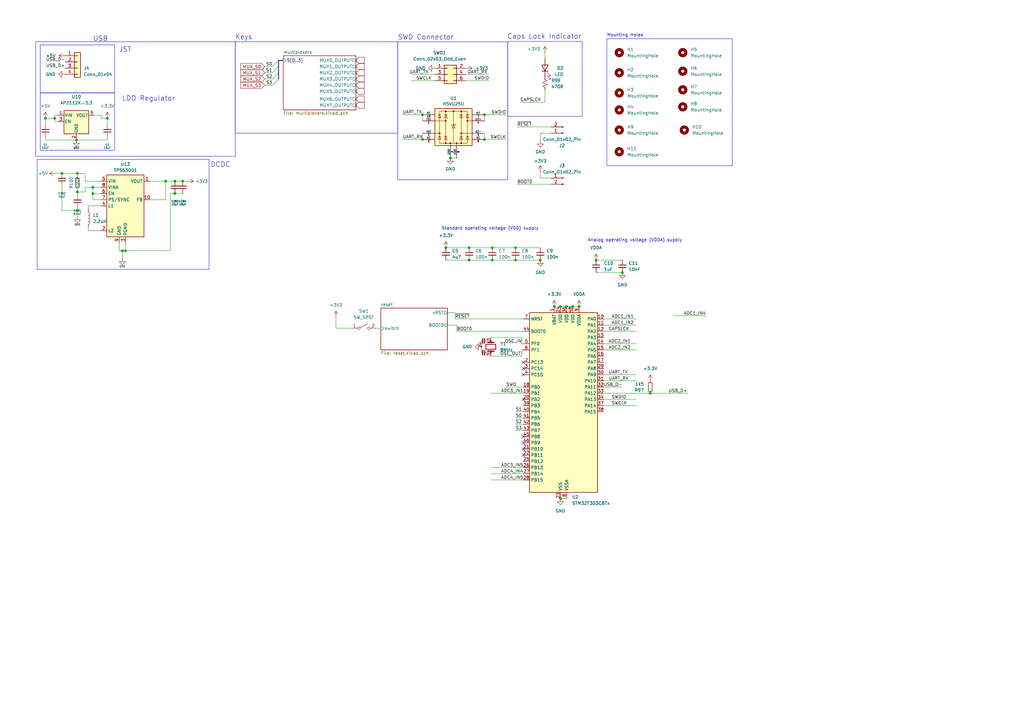
<source format=kicad_sch>
(kicad_sch (version 20231120) (generator "eeschema") (generator_version "8.0")
  (paper "A3")
  (lib_symbols
    (symbol "+3.3V_1" (power) (pin_numbers hide) (pin_names (offset 0) hide)
      (property "Value" "+3.3V" (at 0 3.556 0))
      (symbol "+3.3V_1_0_1"
        (polyline (pts (xy -0.762 1.27) (xy 0 2.54)))
        (polyline (pts (xy 0 0) (xy 0 2.54)))
        (polyline (pts (xy 0 2.54) (xy 0.762 1.27)))
      )
      (symbol "+3.3V_1_1_1"
        (pin power_in line (at 0 0 90) (length 0) (name "~") (number "1"))
      )
    )
    (symbol "+3V3_1" (power) (pin_numbers hide) (pin_names (offset 0) hide)
      (property "Value" "+3V3" (at 0 3.556 0))
      (symbol "+3V3_1_0_1"
        (polyline (pts (xy -0.762 1.27) (xy 0 2.54)))
        (polyline (pts (xy 0 0) (xy 0 2.54)))
        (polyline (pts (xy 0 2.54) (xy 0.762 1.27)))
      )
      (symbol "+3V3_1_1_1"
        (pin power_in line (at 0 0 90) (length 0) (name "~") (number "1"))
      )
    )
    (symbol "Connector:Conn_01x02_Pin" (pin_names (offset 1.016) hide)
      (property "Reference" "J" (at 0 2.54 0))
      (property "Value" "Conn_01x02_Pin" (at 0 -5.08 0))
      (symbol "Conn_01x02_Pin_1_1"
        (polyline (pts (xy 1.27 -2.54) (xy 0.8636 -2.54)) (stroke (width 0.1524)))
        (polyline (pts (xy 1.27 0) (xy 0.8636 0)) (stroke (width 0.1524)))
        (rectangle (start 0.8636 -2.413) (end 0 -2.667) (stroke (width 0.1524)) (fill (type outline)))
        (rectangle (start 0.8636 0.127) (end 0 -0.127) (stroke (width 0.1524)) (fill (type outline)))
        (pin passive line (at 5.08 0 180) (length 3.81) (name "Pin_1") (number "1"))
        (pin passive line (at 5.08 -2.54 180) (length 3.81) (name "Pin_2") (number "2"))
      )
    )
    (symbol "Connector_Generic:Conn_01x04" (pin_names (offset 1.016) hide)
      (property "Reference" "J" (at 0 5.08 0))
      (property "Value" "Conn_01x04" (at 0 -7.62 0))
      (symbol "Conn_01x04_1_1"
        (rectangle (start -1.27 -4.953) (end 0 -5.207) (stroke (width 0.1524)))
        (rectangle (start -1.27 -2.413) (end 0 -2.667) (stroke (width 0.1524)))
        (rectangle (start -1.27 0.127) (end 0 -0.127) (stroke (width 0.1524)))
        (rectangle (start -1.27 2.667) (end 0 2.413) (stroke (width 0.1524)))
        (rectangle (start -1.27 3.81) (end 1.27 -6.35) (stroke (width 0.254)) (fill (type background)))
        (pin passive line (at -5.08 2.54 0) (length 3.81) (name "Pin_1") (number "1"))
        (pin passive line (at -5.08 0 0) (length 3.81) (name "Pin_2") (number "2"))
        (pin passive line (at -5.08 -2.54 0) (length 3.81) (name "Pin_3") (number "3"))
        (pin passive line (at -5.08 -5.08 0) (length 3.81) (name "Pin_4") (number "4"))
      )
    )
    (symbol "Connector_Generic:Conn_02x03_Odd_Even" (pin_names (offset 1.016) hide)
      (property "Reference" "J" (at 1.27 5.08 0))
      (property "Value" "Conn_02x03_Odd_Even" (at 1.27 -5.08 0))
      (symbol "Conn_02x03_Odd_Even_1_1"
        (rectangle (start -1.27 -2.413) (end 0 -2.667) (stroke (width 0.1524)))
        (rectangle (start -1.27 0.127) (end 0 -0.127) (stroke (width 0.1524)))
        (rectangle (start -1.27 2.667) (end 0 2.413) (stroke (width 0.1524)))
        (rectangle (start -1.27 3.81) (end 3.81 -3.81) (stroke (width 0.254)) (fill (type background)))
        (rectangle (start 3.81 -2.413) (end 2.54 -2.667) (stroke (width 0.1524)))
        (rectangle (start 3.81 0.127) (end 2.54 -0.127) (stroke (width 0.1524)))
        (rectangle (start 3.81 2.667) (end 2.54 2.413) (stroke (width 0.1524)))
        (pin passive line (at -5.08 2.54 0) (length 3.81) (name "Pin_1") (number "1"))
        (pin passive line (at 7.62 2.54 180) (length 3.81) (name "Pin_2") (number "2"))
        (pin passive line (at -5.08 0 0) (length 3.81) (name "Pin_3") (number "3"))
        (pin passive line (at 7.62 0 180) (length 3.81) (name "Pin_4") (number "4"))
        (pin passive line (at -5.08 -2.54 0) (length 3.81) (name "Pin_5") (number "5"))
        (pin passive line (at 7.62 -2.54 180) (length 3.81) (name "Pin_6") (number "6"))
      )
    )
    (symbol "Device:C_Small" (pin_numbers hide) (pin_names (offset 0.254) hide)
      (property "Reference" "C" (at 0.254 1.778 0))
      (property "Value" "C_Small" (at 0.254 -2.032 0))
      (symbol "C_Small_0_1"
        (polyline (pts (xy -1.524 -0.508) (xy 1.524 -0.508)) (stroke (width 0.3302)))
        (polyline (pts (xy -1.524 0.508) (xy 1.524 0.508)) (stroke (width 0.3048)))
      )
      (symbol "C_Small_1_1"
        (pin passive line (at 0 2.54 270) (length 2.032) (name "~") (number "1"))
        (pin passive line (at 0 -2.54 90) (length 2.032) (name "~") (number "2"))
      )
    )
    (symbol "Device:L" (pin_numbers hide) (pin_names (offset 1.016) hide)
      (property "Reference" "L" (at -1.27 0 90))
      (property "Value" "L" (at 1.905 0 90))
      (symbol "L_0_1"
        (arc (start 0 -2.54) (mid 0.6323 -1.905) (end 0 -1.27))
        (arc (start 0 -1.27) (mid 0.6323 -0.635) (end 0 0))
        (arc (start 0 0) (mid 0.6323 0.635) (end 0 1.27))
        (arc (start 0 1.27) (mid 0.6323 1.905) (end 0 2.54))
      )
      (symbol "L_1_1"
        (pin passive line (at 0 3.81 270) (length 1.27) (name "1") (number "1"))
        (pin passive line (at 0 -3.81 90) (length 1.27) (name "2") (number "2"))
      )
    )
    (symbol "Device:LED" (pin_numbers hide) (pin_names (offset 1.016) hide)
      (property "Reference" "D" (at 0 2.54 0))
      (property "Value" "LED" (at 0 -2.54 0))
      (symbol "LED_0_1"
        (polyline (pts (xy -1.27 -1.27) (xy -1.27 1.27)) (stroke (width 0.254)))
        (polyline (pts (xy -1.27 0) (xy 1.27 0)))
        (polyline (pts (xy 1.27 -1.27) (xy 1.27 1.27) (xy -1.27 0) (xy 1.27 -1.27)) (stroke (width 0.254)))
        (polyline (pts (xy -3.048 -0.762) (xy -4.572 -2.286) (xy -3.81 -2.286) (xy -4.572 -2.286) (xy -4.572 -1.524)))
        (polyline (pts (xy -1.778 -0.762) (xy -3.302 -2.286) (xy -2.54 -2.286) (xy -3.302 -2.286) (xy -3.302 -1.524)))
      )
      (symbol "LED_1_1"
        (pin passive line (at -3.81 0 0) (length 2.54) (name "K") (number "1"))
        (pin passive line (at 3.81 0 180) (length 2.54) (name "A") (number "2"))
      )
    )
    (symbol "Device:R_Small" (pin_numbers hide) (pin_names (offset 0.254) hide)
      (property "Reference" "R" (at 0.762 0.508 0))
      (property "Value" "R_Small" (at 0.762 -1.016 0))
      (symbol "R_Small_0_1"
        (rectangle (start -0.762 1.778) (end 0.762 -1.778) (stroke (width 0.2032)))
      )
      (symbol "R_Small_1_1"
        (pin passive line (at 0 2.54 270) (length 0.762) (name "~") (number "1"))
        (pin passive line (at 0 -2.54 90) (length 0.762) (name "~") (number "2"))
      )
    )
    (symbol "Device:R_Small_US" (pin_numbers hide) (pin_names (offset 0.254) hide)
      (property "Reference" "R" (at 0.762 0.508 0))
      (property "Value" "R_Small_US" (at 0.762 -1.016 0))
      (symbol "R_Small_US_1_1"
        (polyline (pts (xy 0 0) (xy 1.016 -0.381) (xy 0 -0.762) (xy -1.016 -1.143) (xy 0 -1.524)))
        (polyline (pts (xy 0 1.524) (xy 1.016 1.143) (xy 0 0.762) (xy -1.016 0.381) (xy 0 0)))
        (pin passive line (at 0 2.54 270) (length 1.016) (name "~") (number "1"))
        (pin passive line (at 0 -2.54 90) (length 1.016) (name "~") (number "2"))
      )
    )
    (symbol "Device:Resonator" (pin_names (offset 1.016) hide)
      (property "Reference" "Y" (at 0 5.715 0))
      (property "Value" "Resonator" (at 0 3.81 0))
      (symbol "Resonator_0_1"
        (rectangle (start -3.429 -3.175) (end -1.397 -3.429) (fill (type outline)))
        (rectangle (start -3.429 -2.413) (end -1.397 -2.667) (fill (type outline)))
        (circle (center -2.413 0) (radius 0.254) (fill (type outline)))
        (rectangle (start -1.016 2.032) (end 1.016 -2.032) (stroke (width 0.3048)))
        (circle (center 0 -3.81) (radius 0.254) (fill (type outline)))
        (polyline (pts (xy -2.413 -2.413) (xy -2.413 0)))
        (polyline (pts (xy -1.905 0) (xy -3.175 0)))
        (polyline (pts (xy -1.778 -1.27) (xy -1.778 1.27)) (stroke (width 0.508)))
        (polyline (pts (xy 1.778 -1.27) (xy 1.778 1.27)) (stroke (width 0.508)))
        (polyline (pts (xy 1.905 0) (xy 2.54 0)))
        (polyline (pts (xy 2.413 0) (xy 2.413 -2.54)))
        (polyline (pts (xy 2.413 -3.302) (xy 2.413 -3.81) (xy -2.413 -3.81) (xy -2.413 -3.302)))
        (rectangle (start 1.397 -3.175) (end 3.429 -3.429) (fill (type outline)))
        (rectangle (start 1.397 -2.413) (end 3.429 -2.667) (fill (type outline)))
        (circle (center 2.413 0) (radius 0.254) (fill (type outline)))
      )
      (symbol "Resonator_1_1"
        (pin passive line (at -3.81 0 0) (length 1.27) (name "1") (number "1"))
        (pin passive line (at 0 -5.08 90) (length 1.27) (name "2") (number "2"))
        (pin passive line (at 3.81 0 180) (length 1.27) (name "3") (number "3"))
      )
    )
    (symbol "MCU_ST_STM32F3:STM32F303CBTx"
      (property "Reference" "U" (at -12.7 39.37 0))
      (property "Value" "STM32F303CBTx" (at 10.16 39.37 0))
      (symbol "STM32F303CBTx_0_1"
        (rectangle (start -12.7 -35.56) (end 15.24 38.1) (stroke (width 0.254)) (fill (type background)))
      )
      (symbol "STM32F303CBTx_1_1"
        (pin power_in line (at -2.54 40.64 270) (length 2.54) (name "VBAT") (number "1"))
        (pin bidirectional line (at 17.78 35.56 180) (length 2.54) (name "PA0") (number "10"))
        (pin bidirectional line (at 17.78 33.02 180) (length 2.54) (name "PA1") (number "11"))
        (pin bidirectional line (at 17.78 30.48 180) (length 2.54) (name "PA2") (number "12"))
        (pin bidirectional line (at 17.78 27.94 180) (length 2.54) (name "PA3") (number "13"))
        (pin bidirectional line (at 17.78 25.4 180) (length 2.54) (name "PA4") (number "14"))
        (pin bidirectional line (at 17.78 22.86 180) (length 2.54) (name "PA5") (number "15"))
        (pin bidirectional line (at 17.78 20.32 180) (length 2.54) (name "PA6") (number "16"))
        (pin bidirectional line (at 17.78 17.78 180) (length 2.54) (name "PA7") (number "17"))
        (pin bidirectional line (at -15.24 7.62 0) (length 2.54) (name "PB0") (number "18"))
        (pin bidirectional line (at -15.24 5.08 0) (length 2.54) (name "PB1") (number "19"))
        (pin bidirectional line (at -15.24 17.78 0) (length 2.54) (name "PC13") (number "2"))
        (pin bidirectional line (at -15.24 2.54 0) (length 2.54) (name "PB2") (number "20"))
        (pin bidirectional line (at -15.24 -17.78 0) (length 2.54) (name "PB10") (number "21"))
        (pin bidirectional line (at -15.24 -20.32 0) (length 2.54) (name "PB11") (number "22"))
        (pin power_in line (at 0 -38.1 90) (length 2.54) (name "VSS") (number "23"))
        (pin power_in line (at 0 40.64 270) (length 2.54) (name "VDD") (number "24"))
        (pin bidirectional line (at -15.24 -22.86 0) (length 2.54) (name "PB12") (number "25"))
        (pin bidirectional line (at -15.24 -25.4 0) (length 2.54) (name "PB13") (number "26"))
        (pin bidirectional line (at -15.24 -27.94 0) (length 2.54) (name "PB14") (number "27"))
        (pin bidirectional line (at -15.24 -30.48 0) (length 2.54) (name "PB15") (number "28"))
        (pin bidirectional line (at 17.78 15.24 180) (length 2.54) (name "PA8") (number "29"))
        (pin bidirectional line (at -15.24 15.24 0) (length 2.54) (name "PC14") (number "3"))
        (pin bidirectional line (at 17.78 12.7 180) (length 2.54) (name "PA9") (number "30"))
        (pin bidirectional line (at 17.78 10.16 180) (length 2.54) (name "PA10") (number "31"))
        (pin bidirectional line (at 17.78 7.62 180) (length 2.54) (name "PA11") (number "32"))
        (pin bidirectional line (at 17.78 5.08 180) (length 2.54) (name "PA12") (number "33"))
        (pin bidirectional line (at 17.78 2.54 180) (length 2.54) (name "PA13") (number "34"))
        (pin passive line (at 0 -38.1 90) (length 2.54) hide (name "VSS") (number "35"))
        (pin power_in line (at 2.54 40.64 270) (length 2.54) (name "VDD") (number "36"))
        (pin bidirectional line (at 17.78 0 180) (length 2.54) (name "PA14") (number "37"))
        (pin bidirectional line (at 17.78 -2.54 180) (length 2.54) (name "PA15") (number "38"))
        (pin bidirectional line (at -15.24 0 0) (length 2.54) (name "PB3") (number "39"))
        (pin bidirectional line (at -15.24 12.7 0) (length 2.54) (name "PC15") (number "4"))
        (pin bidirectional line (at -15.24 -2.54 0) (length 2.54) (name "PB4") (number "40"))
        (pin bidirectional line (at -15.24 -5.08 0) (length 2.54) (name "PB5") (number "41"))
        (pin bidirectional line (at -15.24 -7.62 0) (length 2.54) (name "PB6") (number "42"))
        (pin bidirectional line (at -15.24 -10.16 0) (length 2.54) (name "PB7") (number "43"))
        (pin input line (at -15.24 30.48 0) (length 2.54) (name "BOOT0") (number "44"))
        (pin bidirectional line (at -15.24 -12.7 0) (length 2.54) (name "PB8") (number "45"))
        (pin bidirectional line (at -15.24 -15.24 0) (length 2.54) (name "PB9") (number "46"))
        (pin passive line (at 0 -38.1 90) (length 2.54) hide (name "VSS") (number "47"))
        (pin power_in line (at 5.08 40.64 270) (length 2.54) (name "VDD") (number "48"))
        (pin bidirectional line (at -15.24 25.4 0) (length 2.54) (name "PF0") (number "5"))
        (pin bidirectional line (at -15.24 22.86 0) (length 2.54) (name "PF1") (number "6"))
        (pin input line (at -15.24 35.56 0) (length 2.54) (name "NRST") (number "7"))
        (pin power_in line (at 2.54 -38.1 90) (length 2.54) (name "VSSA") (number "8"))
        (pin power_in line (at 7.62 40.64 270) (length 2.54) (name "VDDA") (number "9"))
      )
    )
    (symbol "Mechanical:MountingHole" (pin_names (offset 1.016))
      (property "Reference" "H" (at 0 5.08 0))
      (property "Value" "MountingHole" (at 0 3.175 0))
      (symbol "MountingHole_0_1"
        (circle (center 0 0) (radius 1.27) (stroke (width 1.27)))
      )
    )
    (symbol "Regulator_Linear:AP2112K-3.3" (pin_names (offset 0.254))
      (property "Reference" "U" (at -5.08 5.715 0))
      (property "Value" "AP2112K-3.3" (at 0 5.715 0))
      (symbol "AP2112K-3.3_0_1"
        (rectangle (start -5.08 4.445) (end 5.08 -5.08) (stroke (width 0.254)) (fill (type background)))
      )
      (symbol "AP2112K-3.3_1_1"
        (pin power_in line (at -7.62 2.54 0) (length 2.54) (name "VIN") (number "1"))
        (pin power_in line (at 0 -7.62 90) (length 2.54) (name "GND") (number "2"))
        (pin input line (at -7.62 0 0) (length 2.54) (name "EN") (number "3"))
        (pin no_connect line (at 5.08 0 180) (length 2.54) hide (name "NC") (number "4"))
        (pin power_out line (at 7.62 2.54 180) (length 2.54) (name "VOUT") (number "5"))
      )
    )
    (symbol "Regulator_Switching:TPS63001"
      (property "Reference" "U" (at -7.62 13.97 0))
      (property "Value" "TPS63001" (at 5.08 13.97 0))
      (symbol "TPS63001_0_1"
        (rectangle (start -7.62 12.7) (end 7.62 -12.7) (stroke (width 0.254)) (fill (type background)))
      )
      (symbol "TPS63001_1_1"
        (pin power_out line (at 10.16 10.16 180) (length 2.54) (name "VOUT") (number "1"))
        (pin input line (at 10.16 2.54 180) (length 2.54) (name "FB") (number "10"))
        (pin passive line (at 0 -15.24 90) (length 2.54) hide (name "PGND") (number "11"))
        (pin input line (at -10.16 -10.16 0) (length 2.54) (name "L2") (number "2"))
        (pin power_in line (at 0 -15.24 90) (length 2.54) (name "PGND") (number "3"))
        (pin input line (at -10.16 0 0) (length 2.54) (name "L1") (number "4"))
        (pin power_in line (at -10.16 10.16 0) (length 2.54) (name "VIN") (number "5"))
        (pin input line (at -10.16 5.08 0) (length 2.54) (name "EN") (number "6"))
        (pin input line (at -10.16 2.54 0) (length 2.54) (name "PS/SYNC") (number "7"))
        (pin power_in line (at -10.16 7.62 0) (length 2.54) (name "VINA") (number "8"))
        (pin power_in line (at -2.54 -15.24 90) (length 2.54) (name "GND") (number "9"))
      )
    )
    (symbol "Switch:SW_SPST" (pin_names (offset 0) hide)
      (property "Reference" "SW" (at 0 3.175 0))
      (property "Value" "SW_SPST" (at 0 -2.54 0))
      (symbol "SW_SPST_0_0"
        (circle (center -2.032 0) (radius 0.508))
        (polyline (pts (xy -1.524 0.254) (xy 1.524 1.778)))
        (circle (center 2.032 0) (radius 0.508))
      )
      (symbol "SW_SPST_1_1"
        (pin passive line (at -5.08 0 0) (length 2.54) (name "A") (number "1"))
        (pin passive line (at 5.08 0 180) (length 2.54) (name "B") (number "2"))
      )
    )
    (symbol "Unified-Daughterboard-rescue:TPD4E05U06DQAR-acheronSymbols" (pin_names (offset 0))
      (property "Reference" "U" (at 0 12.7 0))
      (property "Value" "TPD4E05U06DQAR-acheronSymbols" (at 0 10.16 0))
      (symbol "TPD4E05U06DQAR-acheronSymbols_0_0"
        (rectangle (start -5.715 6.477) (end 5.715 -6.604))
        (polyline (pts (xy -3.175 -6.604) (xy -3.175 6.477)))
        (polyline (pts (xy 0 6.477) (xy 0 -6.604)))
        (polyline (pts (xy 3.175 6.477) (xy 3.175 -6.604)))
      )
      (symbol "TPD4E05U06DQAR-acheronSymbols_0_1"
        (rectangle (start -7.62 7.62) (end 7.62 -7.62) (stroke (width 0.254)) (fill (type background)))
        (circle (center -5.715 -2.54) (radius 0.2794) (fill (type outline)))
        (circle (center -3.175 -6.604) (radius 0.2794) (fill (type outline)))
        (circle (center -3.175 2.54) (radius 0.2794) (fill (type outline)))
        (circle (center -3.175 6.477) (radius 0.2794) (fill (type outline)))
        (circle (center -1.27 -6.604) (radius 0.2794) (fill (type outline)))
        (polyline (pts (xy -7.747 2.54) (xy -3.175 2.54)))
        (polyline (pts (xy -7.62 -2.54) (xy -5.715 -2.54)))
        (polyline (pts (xy -5.08 -3.81) (xy -6.35 -3.81)))
        (polyline (pts (xy -5.08 5.08) (xy -6.35 5.08)))
        (polyline (pts (xy -2.54 -3.81) (xy -3.81 -3.81)))
        (polyline (pts (xy -2.54 5.08) (xy -3.81 5.08)))
        (polyline (pts (xy -1.27 -6.604) (xy -1.27 -7.62)))
        (polyline (pts (xy -0.635 0.889) (xy -1.016 0.635)))
        (polyline (pts (xy 0.635 0.889) (xy -0.635 0.889)))
        (polyline (pts (xy 0.635 0.889) (xy 1.016 1.143)))
        (polyline (pts (xy 3.81 -3.81) (xy 2.54 -3.81)))
        (polyline (pts (xy 3.81 5.08) (xy 2.54 5.08)))
        (polyline (pts (xy 6.35 -3.81) (xy 5.08 -3.81)))
        (polyline (pts (xy 6.35 5.08) (xy 5.08 5.08)))
        (polyline (pts (xy 7.62 -2.54) (xy 3.175 -2.54)))
        (polyline (pts (xy 7.62 2.54) (xy 5.715 2.54)))
        (polyline (pts (xy -5.08 -5.08) (xy -6.35 -5.08) (xy -5.715 -3.81) (xy -5.08 -5.08)))
        (polyline (pts (xy -5.08 3.81) (xy -6.35 3.81) (xy -5.715 5.08) (xy -5.08 3.81)))
        (polyline (pts (xy -2.54 -5.08) (xy -3.81 -5.08) (xy -3.175 -3.81) (xy -2.54 -5.08)))
        (polyline (pts (xy -2.54 3.81) (xy -3.81 3.81) (xy -3.175 5.08) (xy -2.54 3.81)))
        (polyline (pts (xy 0.635 -0.381) (xy -0.635 -0.381) (xy 0 0.889) (xy 0.635 -0.381)))
        (polyline (pts (xy 3.81 -5.08) (xy 2.54 -5.08) (xy 3.175 -3.81) (xy 3.81 -5.08)))
        (polyline (pts (xy 3.81 3.81) (xy 2.54 3.81) (xy 3.175 5.08) (xy 3.81 3.81)))
        (polyline (pts (xy 6.35 -5.08) (xy 5.08 -5.08) (xy 5.715 -3.81) (xy 6.35 -5.08)))
        (polyline (pts (xy 6.35 3.81) (xy 5.08 3.81) (xy 5.715 5.08) (xy 6.35 3.81)))
        (circle (center 0 6.477) (radius 0.2794) (fill (type outline)))
        (circle (center 3.175 -6.604) (radius 0.2794) (fill (type outline)))
        (circle (center 3.175 -2.54) (radius 0.2794) (fill (type outline)))
        (circle (center 3.175 6.477) (radius 0.2794) (fill (type outline)))
        (circle (center 5.715 2.54) (radius 0.2794) (fill (type outline)))
      )
      (symbol "TPD4E05U06DQAR-acheronSymbols_1_1"
        (polyline (pts (xy 1.27 -6.604) (xy 1.27 -7.62)))
        (circle (center 1.27 -6.604) (radius 0.2794) (fill (type outline)))
        (pin bidirectional line (at -12.7 2.54 0) (length 5.08) (name "IO1") (number "1"))
        (pin bidirectional line (at -12.7 5.08 0) (length 5.08) (name "NC") (number "10"))
        (pin bidirectional line (at -12.7 -2.54 0) (length 5.08) (name "IO2") (number "2"))
        (pin power_in line (at -1.27 -12.7 90) (length 5.08) (name "GND") (number "3"))
        (pin bidirectional line (at 12.7 2.54 180) (length 5.08) (name "D2+") (number "4"))
        (pin bidirectional line (at 12.7 -2.54 180) (length 5.08) (name "D2-") (number "5"))
        (pin bidirectional line (at 12.7 -5.08 180) (length 5.08) (name "NC") (number "6"))
        (pin bidirectional line (at 12.7 5.08 180) (length 5.08) (name "NC") (number "7"))
        (pin power_in line (at 1.27 -12.7 90) (length 5.08) (name "GND") (number "8"))
        (pin bidirectional line (at -12.7 -5.08 0) (length 5.08) (name "NC") (number "9"))
      )
    )
    (symbol "power:+3.3V" (power) (pin_names (offset 0))
      (property "Value" "+3.3V" (at 0 3.556 0))
      (symbol "+3.3V_0_1"
        (polyline (pts (xy -0.762 1.27) (xy 0 2.54)))
        (polyline (pts (xy 0 0) (xy 0 2.54)))
        (polyline (pts (xy 0 2.54) (xy 0.762 1.27)))
      )
      (symbol "+3.3V_1_1"
        (pin power_in line (at 0 0 90) (length 0) hide (name "+3V3") (number "1"))
      )
    )
    (symbol "power:+3V3" (power) (pin_names (offset 0))
      (property "Value" "+3V3" (at 0 3.556 0))
      (symbol "+3V3_0_1"
        (polyline (pts (xy -0.762 1.27) (xy 0 2.54)))
        (polyline (pts (xy 0 0) (xy 0 2.54)))
        (polyline (pts (xy 0 2.54) (xy 0.762 1.27)))
      )
      (symbol "+3V3_1_1"
        (pin power_in line (at 0 0 90) (length 0) hide (name "+3V3") (number "1"))
      )
    )
    (symbol "power:+5V" (power) (pin_names (offset 0))
      (property "Value" "+5V" (at 0 3.556 0))
      (symbol "+5V_0_1"
        (polyline (pts (xy -0.762 1.27) (xy 0 2.54)))
        (polyline (pts (xy 0 0) (xy 0 2.54)))
        (polyline (pts (xy 0 2.54) (xy 0.762 1.27)))
      )
      (symbol "+5V_1_1"
        (pin power_in line (at 0 0 90) (length 0) hide (name "+5V") (number "1"))
      )
    )
    (symbol "power:GND" (power) (pin_names (offset 0))
      (property "Value" "GND" (at 0 -3.81 0))
      (symbol "GND_0_1"
        (polyline (pts (xy 0 0) (xy 0 -1.27) (xy 1.27 -1.27) (xy 0 -2.54) (xy -1.27 -1.27) (xy 0 -1.27)))
      )
      (symbol "GND_1_1"
        (pin power_in line (at 0 0 270) (length 0) hide (name "GND") (number "1"))
      )
    )
    (symbol "power:VDDA" (power) (pin_names (offset 0))
      (property "Value" "VDDA" (at 0 3.81 0))
      (symbol "VDDA_0_1"
        (polyline (pts (xy -0.762 1.27) (xy 0 2.54)))
        (polyline (pts (xy 0 0) (xy 0 2.54)))
        (polyline (pts (xy 0 2.54) (xy 0.762 1.27)))
      )
      (symbol "VDDA_1_1"
        (pin power_in line (at 0 0 90) (length 0) hide (name "VDDA") (number "1"))
      )
    )
  )
  (junction (at 50.165 102.87))
  (junction (at 201.93 101.6))
  (junction (at 173.2954 47.0443))
  (junction (at 71.755 79.375))
  (junction (at 184.7254 64.8243))
  (junction (at 229.87 204.47))
  (junction (at 182.88 101.6))
  (junction (at 229.87 125.73))
  (junction (at 234.95 125.73))
  (junction (at 192.405 101.6))
  (junction (at 201.93 106.68))
  (junction (at 198.6954 47.0443))
  (junction (at 74.93 74.295))
  (junction (at 173.2954 57.2043))
  (junction (at 38.1 76.835))
  (junction (at 51.435 102.87))
  (junction (at 237.49 125.73))
  (junction (at 67.945 74.295))
  (junction (at 31.75 71.12))
  (junction (at 44.0259 48.5509))
  (junction (at 31.3259 57.4409) (diameter 0.9144))
  (junction (at 211.455 106.68))
  (junction (at 221.615 106.68))
  (junction (at 71.755 74.295))
  (junction (at 31.75 86.36))
  (junction (at 255.27 111.76))
  (junction (at 244.475 106.68))
  (junction (at 31.75 78.74))
  (junction (at 192.405 106.68))
  (junction (at 266.7 161.29))
  (junction (at 227.33 125.73))
  (junction (at 232.41 125.73))
  (junction (at 198.6954 57.2043))
  (junction (at 211.455 101.6))
  (junction (at 18.6259 48.5509))
  (junction (at 38.1 79.375))
  (junction (at 25.4 71.12))
  (junction (at 22.4359 48.5509))
  (no_connect (at 214.63 151.13))
  (no_connect (at 214.63 148.59))
  (no_connect (at 214.63 153.67))
  (no_connect (at 214.63 186.69))
  (no_connect (at 214.63 181.61))
  (no_connect (at 214.63 179.07))
  (no_connect (at 214.63 184.15))
  (no_connect (at 214.63 163.83))
  (bus_entry (at 114.2461 29.8369) (size -2.54 2.54))
  (bus_entry (at 114.2461 32.3769) (size -2.54 2.54))
  (bus_entry (at 114.2461 27.2969) (size -2.54 2.54))
  (bus_entry (at 114.2461 24.7569) (size -2.54 2.54))
  (wire (pts (xy 198.6954 54.6643) (xy 198.6954 57.2043)))
  (wire (pts (xy 187.325 135.89) (xy 214.63 135.89)))
  (wire (pts (xy 18.6259 56.1709) (xy 18.6259 57.4409)))
  (wire (pts (xy 38.9459 47.2809) (xy 41.4859 47.2809)))
  (wire (pts (xy 247.65 158.75) (xy 255.27 158.75)))
  (wire (pts (xy 48.895 99.695) (xy 48.895 102.87)))
  (wire (pts (xy 213.36 41.91) (xy 223.52 41.91)))
  (wire (pts (xy 137.795 134.62) (xy 137.795 130.175)))
  (wire (pts (xy 178.3754 30.5343) (xy 168.8504 30.5343)))
  (wire (pts (xy 111.7061 34.9169) (xy 108.5311 34.9169)))
  (wire (pts (xy 201.295 191.77) (xy 214.63 191.77)))
  (wire (pts (xy 201.295 146.05) (xy 213.995 146.05)))
  (wire (pts (xy 111.7061 27.2969) (xy 108.5311 27.2969)))
  (wire (pts (xy 200.6004 30.5343) (xy 191.0754 30.5343)))
  (wire (pts (xy 50.165 102.87) (xy 51.435 102.87)))
  (wire (pts (xy 247.65 133.35) (xy 260.985 133.35)))
  (wire (pts (xy 34.925 74.295) (xy 34.925 71.12)))
  (wire (pts (xy 165.1 46.99) (xy 167.64 46.99)))
  (wire (pts (xy 247.65 163.83) (xy 260.985 163.83)))
  (wire (pts (xy 167.64 57.15) (xy 167.64 57.2043)))
  (wire (pts (xy 178.3754 33.0743) (xy 168.8504 33.0743)))
  (wire (pts (xy 67.945 74.295) (xy 71.755 74.295)))
  (wire (pts (xy 74.93 74.295) (xy 76.835 74.295)))
  (wire (pts (xy 200.6004 33.0743) (xy 191.0754 33.0743)))
  (bus (pts (xy 114.2461 29.8369) (xy 114.2461 32.3769)))
  (wire (pts (xy 165.1 57.15) (xy 167.64 57.15)))
  (wire (pts (xy 201.93 101.6) (xy 211.455 101.6)))
  (wire (pts (xy 221.615 73.025) (xy 226.06 73.025)))
  (wire (pts (xy 41.275 84.455) (xy 36.195 84.455)))
  (wire (pts (xy 25.4 71.12) (xy 31.75 71.12)))
  (wire (pts (xy 31.75 78.74) (xy 31.75 80.01)))
  (wire (pts (xy 111.7061 29.8369) (xy 108.5311 29.8369)))
  (wire (pts (xy 198.6954 57.2043) (xy 207.5854 57.2043)))
  (wire (pts (xy 182.88 106.68) (xy 192.405 106.68)))
  (wire (pts (xy 22.4359 47.2809) (xy 22.4359 48.5509)))
  (wire (pts (xy 154.305 134.62) (xy 156.21 134.62)))
  (wire (pts (xy 18.6259 48.5509) (xy 18.6259 51.0909)))
  (wire (pts (xy 41.275 81.915) (xy 38.1 81.915)))
  (wire (pts (xy 48.895 102.87) (xy 50.165 102.87)))
  (wire (pts (xy 221.615 54.61) (xy 226.06 54.61)))
  (wire (pts (xy 69.85 79.375) (xy 69.85 102.87)))
  (wire (pts (xy 69.85 102.87) (xy 51.435 102.87)))
  (wire (pts (xy 211.455 176.53) (xy 214.63 176.53)))
  (wire (pts (xy 229.87 204.47) (xy 232.41 204.47)))
  (wire (pts (xy 201.295 161.29) (xy 214.63 161.29)))
  (wire (pts (xy 211.455 101.6) (xy 221.615 101.6)))
  (wire (pts (xy 212.09 52.07) (xy 226.06 52.07)))
  (bus (pts (xy 114.2461 27.2969) (xy 114.2461 29.8369)))
  (wire (pts (xy 41.275 74.295) (xy 34.925 74.295)))
  (wire (pts (xy 212.09 75.565) (xy 226.06 75.565)))
  (wire (pts (xy 201.295 194.31) (xy 214.63 194.31)))
  (wire (pts (xy 221.615 57.785) (xy 221.615 54.61)))
  (wire (pts (xy 221.615 70.485) (xy 221.615 73.025)))
  (wire (pts (xy 44.0259 48.5509) (xy 44.0259 51.0909)))
  (wire (pts (xy 198.6954 47.0443) (xy 207.5854 47.0443)))
  (wire (pts (xy 71.755 79.375) (xy 69.85 79.375)))
  (wire (pts (xy 234.95 125.73) (xy 237.49 125.73)))
  (wire (pts (xy 34.925 76.835) (xy 34.925 78.74)))
  (wire (pts (xy 201.295 196.85) (xy 214.63 196.85)))
  (wire (pts (xy 111.7061 32.3769) (xy 108.5311 32.3769)))
  (wire (pts (xy 173.2954 54.6643) (xy 173.2954 57.2043)))
  (wire (pts (xy 187.325 133.35) (xy 187.325 135.89)))
  (wire (pts (xy 182.88 101.6) (xy 192.405 101.6)))
  (wire (pts (xy 247.65 156.21) (xy 260.985 156.21)))
  (wire (pts (xy 61.595 81.915) (xy 67.945 81.915)))
  (wire (pts (xy 144.145 134.62) (xy 137.795 134.62)))
  (wire (pts (xy 34.925 71.12) (xy 31.75 71.12)))
  (wire (pts (xy 31.75 85.09) (xy 31.75 86.36)))
  (wire (pts (xy 41.4859 47.2809) (xy 41.4859 48.5509)))
  (wire (pts (xy 38.1 79.375) (xy 41.275 79.375)))
  (wire (pts (xy 213.995 146.05) (xy 213.995 143.51)))
  (wire (pts (xy 23.7059 49.8209) (xy 22.4359 49.8209)))
  (wire (pts (xy 201.93 106.68) (xy 211.455 106.68)))
  (wire (pts (xy 247.65 130.81) (xy 260.985 130.81)))
  (wire (pts (xy 38.1 81.915) (xy 38.1 79.375)))
  (wire (pts (xy 36.195 94.615) (xy 36.195 93.345)))
  (wire (pts (xy 34.925 78.74) (xy 31.75 78.74)))
  (wire (pts (xy 31.75 86.36) (xy 31.75 88.9)))
  (wire (pts (xy 31.75 77.47) (xy 31.75 78.74)))
  (wire (pts (xy 41.4859 48.5509) (xy 44.0259 48.5509)))
  (wire (pts (xy 41.275 94.615) (xy 36.195 94.615)))
  (wire (pts (xy 74.93 79.375) (xy 71.755 79.375)))
  (wire (pts (xy 41.275 76.835) (xy 38.1 76.835)))
  (wire (pts (xy 167.64 46.99) (xy 167.64 47.0443)))
  (wire (pts (xy 247.65 140.97) (xy 260.985 140.97)))
  (wire (pts (xy 211.455 173.99) (xy 214.63 173.99)))
  (wire (pts (xy 25.4 86.36) (xy 31.75 86.36)))
  (wire (pts (xy 31.3259 57.4409) (xy 44.0259 57.4409)))
  (wire (pts (xy 211.455 171.45) (xy 214.63 171.45)))
  (wire (pts (xy 36.195 84.455) (xy 36.195 85.725)))
  (wire (pts (xy 276.225 129.54) (xy 289.56 129.54)))
  (bus (pts (xy 114.2461 24.7569) (xy 114.2461 27.2969)))
  (wire (pts (xy 186.69 130.81) (xy 214.63 130.81)))
  (wire (pts (xy 25.4 76.2) (xy 25.4 86.36)))
  (wire (pts (xy 184.7254 64.8243) (xy 187.2654 64.8243)))
  (wire (pts (xy 223.52 36.83) (xy 223.52 41.91)))
  (wire (pts (xy 266.7 161.29) (xy 281.94 161.29)))
  (wire (pts (xy 198.6954 47.0443) (xy 198.6954 49.5843)))
  (wire (pts (xy 183.515 128.27) (xy 186.69 128.27)))
  (wire (pts (xy 23.7059 47.2809) (xy 22.4359 47.2809)))
  (wire (pts (xy 173.2954 47.0443) (xy 173.2954 49.5843)))
  (wire (pts (xy 247.65 161.29) (xy 266.7 161.29)))
  (wire (pts (xy 51.435 99.695) (xy 51.435 102.87)))
  (wire (pts (xy 22.4359 49.8209) (xy 22.4359 48.5509)))
  (wire (pts (xy 211.455 168.91) (xy 214.63 168.91)))
  (wire (pts (xy 244.475 106.68) (xy 255.27 106.68)))
  (wire (pts (xy 229.87 125.73) (xy 232.41 125.73)))
  (wire (pts (xy 247.65 143.51) (xy 260.985 143.51)))
  (wire (pts (xy 211.455 106.68) (xy 221.615 106.68)))
  (wire (pts (xy 38.1 79.375) (xy 38.1 76.835)))
  (wire (pts (xy 71.755 74.295) (xy 74.93 74.295)))
  (wire (pts (xy 167.64 57.2043) (xy 173.2954 57.2043)))
  (wire (pts (xy 213.995 140.97) (xy 214.63 140.97)))
  (wire (pts (xy 247.65 166.37) (xy 260.985 166.37)))
  (wire (pts (xy 213.995 143.51) (xy 214.63 143.51)))
  (wire (pts (xy 67.945 81.915) (xy 67.945 74.295)))
  (wire (pts (xy 192.405 106.68) (xy 201.93 106.68)))
  (wire (pts (xy 31.3259 57.4409) (xy 18.6259 57.4409)))
  (wire (pts (xy 50.165 102.87) (xy 50.165 106.045)))
  (wire (pts (xy 192.405 101.6) (xy 201.93 101.6)))
  (wire (pts (xy 223.52 21.59) (xy 223.52 24.13)))
  (wire (pts (xy 38.1 76.835) (xy 34.925 76.835)))
  (wire (pts (xy 44.0259 56.1709) (xy 44.0259 57.4409)))
  (wire (pts (xy 207.645 158.75) (xy 214.63 158.75)))
  (wire (pts (xy 227.33 125.73) (xy 229.87 125.73)))
  (wire (pts (xy 183.515 133.35) (xy 187.325 133.35)))
  (wire (pts (xy 244.475 111.76) (xy 255.27 111.76)))
  (wire (pts (xy 31.75 71.12) (xy 31.75 72.39)))
  (bus (pts (xy 114.2461 24.7569) (xy 116.1511 24.7569)))
  (wire (pts (xy 247.65 135.89) (xy 260.985 135.89)))
  (wire (pts (xy 213.995 138.43) (xy 201.295 138.43)))
  (wire (pts (xy 22.4359 48.5509) (xy 18.6259 48.5509)))
  (wire (pts (xy 22.86 71.12) (xy 25.4 71.12)))
  (wire (pts (xy 197.485 142.24) (xy 196.215 142.24)))
  (wire (pts (xy 247.65 153.67) (xy 260.985 153.67)))
  (wire (pts (xy 232.41 125.73) (xy 234.95 125.73)))
  (wire (pts (xy 186.69 128.27) (xy 186.69 130.81)))
  (wire (pts (xy 167.64 47.0443) (xy 173.2954 47.0443)))
  (wire (pts (xy 213.995 138.43) (xy 213.995 140.97)))
  (wire (pts (xy 61.595 74.295) (xy 67.945 74.295)))
  (rectangle (start 163.1354 17.1993) (end 208.2204 73.7143))
  (rectangle (start 16.51 18.415) (end 46.99 38.1))
  (rectangle (start 14.605 17.145) (end 96.52 64.135))
  (rectangle (start 96.4661 17.1369) (end 163.1411 54.6019))
  (rectangle (start 15.24 65.405) (end 85.725 110.49))
  (rectangle (start 208.28 17.018) (end 238.76 47.752))
  (rectangle (start 16.51 38.1) (end 46.99 61.595))
  (rectangle (start 248.92 15.875) (end 300.355 67.945))
  (text "DCDC" (at 86.36 68.834 0) (effects (font (size 2 2)) (justify left bottom)))
  (text "Keys" (at 96.4661 16.5019 0) (effects (font (size 2 2)) (justify left bottom)))
  (text "JST" (at 48.768 21.59 0) (effects (font (size 2 2)) (justify left bottom)))
  (text "SWD Connector" (at 163.1354 16.5643 0) (effects (font (size 2 2)) (justify left bottom)))
  (text "Mounting Holes" (at 248.92 15.24 0) (effects (font (size 1.27 1.27)) (justify left bottom)))
  (text "USB" (at 38.1 17.145 0) (effects (font (size 2 2)) (justify left bottom)))
  (text "Analog operating voltage (VDDA) supply" (at 241.046 99.314 0) (effects (font (size 1.27 1.27)) (justify left bottom)))
  (text "LDO Regulator" (at 50.038 41.656 0) (effects (font (size 2 2)) (justify left bottom)))
  (text "Standard operating voltage (VDD) supply" (at 181.102 94.488 0) (effects (font (size 1.27 1.27)) (justify left bottom)))
  (text "Caps Lock Indicator" (at 208.026 16.256 0) (effects (font (size 2 2)) (justify left bottom)))
  (label "SWCLK" (at 177.1054 33.0743 180))
  (label "S0" (at 211.455 171.45 0))
  (label "SWCLK" (at 250.825 166.37 0))
  (label "OSC_OUT" (at 205.105 146.05 0))
  (label "ADC4_IN4" (at 214.63 194.31 180))
  (label "S1" (at 111.7061 29.8369 180))
  (label "USB_D+" (at 281.94 161.29 180))
  (label "SWDIO" (at 250.825 163.83 0))
  (label "USB_D+" (at 26.67 27.94 180))
  (label "UART_TX" (at 249.555 153.67 0))
  (label "BOOT0" (at 187.325 135.89 0))
  (label "S0" (at 111.7061 27.2969 180))
  (label "SWCLK" (at 207.5854 57.2043 180))
  (label "ADC2_IN1" (at 249.555 140.97 0))
  (label "SWDIO" (at 200.6004 33.0743 180))
  (label "S2" (at 211.455 173.99 0))
  (label "BOOT0" (at 212.09 75.565 0))
  (label "S3" (at 211.455 176.53 0))
  (label "SWO" (at 207.645 158.75 0))
  (label "UART_RX" (at 249.555 156.21 0))
  (label "ADC3_IN5" (at 214.63 191.77 180))
  (label "USB_D-" (at 26.67 25.4 180))
  (label "UART_TX" (at 175.8354 30.5343 180))
  (label "ADC4_IN5" (at 214.63 196.85 180))
  (label "ADC1_IN1" (at 250.825 130.81 0))
  (label "S2" (at 111.7061 32.3769 180))
  (label "ADC1_IN4" (at 289.56 129.54 180))
  (label "CAPSLCK" (at 213.36 41.91 0))
  (label "S1" (at 211.455 168.91 0))
  (label "CAPSLCK" (at 249.555 135.89 0))
  (label "UART_RX" (at 199.9654 30.5343 180))
  (label "SWDIO" (at 207.5854 47.0443 180))
  (label "OSC_IN" (at 213.995 140.97 180))
  (label "~{RESET}" (at 186.69 130.81 0))
  (label "ADC2_IN2" (at 249.555 143.51 0))
  (label "USB_D-" (at 255.27 158.75 180))
  (label "ADC1_IN2" (at 250.825 133.35 0))
  (label "ADC3_IN1" (at 214.63 161.29 180))
  (label "~{RESET}" (at 212.09 52.07 0))
  (label "UART_TX" (at 165.1 46.99 0))
  (label "S3" (at 111.7061 34.9169 180))
  (label "UART_RX" (at 165.1 57.15 0))
  (global_label "MUX_S3" (shape input) (at 108.5311 34.9169 180) (property "Intersheetrefs" "${INTERSHEET_REFS}" (effects (hide yes))))
  (global_label " " (shape input) (at 145.9961 32.3769 0) (property "Intersheetrefs" "${INTERSHEET_REFS}" (effects (hide yes))))
  (global_label " " (shape input) (at 145.9961 43.1719 0) (property "Intersheetrefs" "${INTERSHEET_REFS}" (effects (hide yes))))
  (global_label " " (shape input) (at 145.9961 37.4569 0) (property "Intersheetrefs" "${INTERSHEET_REFS}" (effects (hide yes))))
  (global_label "MUX_S1" (shape input) (at 108.5311 29.8369 180) (property "Intersheetrefs" "${INTERSHEET_REFS}" (effects (hide yes))))
  (global_label " " (shape input) (at 145.9961 29.8369 0) (property "Intersheetrefs" "${INTERSHEET_REFS}" (effects (hide yes))))
  (global_label " " (shape input) (at 145.9961 34.9169 0) (property "Intersheetrefs" "${INTERSHEET_REFS}" (effects (hide yes))))
  (global_label "MUX_S0" (shape input) (at 108.5311 27.2969 180) (property "Intersheetrefs" "${INTERSHEET_REFS}" (effects (hide yes))))
  (global_label " " (shape input) (at 145.9961 40.6319 0) (property "Intersheetrefs" "${INTERSHEET_REFS}" (effects (hide yes))))
  (global_label " " (shape input) (at 145.9961 27.2969 0) (property "Intersheetrefs" "${INTERSHEET_REFS}" (effects (hide yes))))
  (global_label " " (shape input) (at 145.9961 24.7569 0) (property "Intersheetrefs" "${INTERSHEET_REFS}" (effects (hide yes))))
  (global_label "MUX_S2" (shape input) (at 108.5311 32.3769 180) (property "Intersheetrefs" "${INTERSHEET_REFS}" (effects (hide yes))))
  (symbol (lib_id "Device:C_Small") (at 71.755 76.835 180) (unit 1)
    (property "Reference" "C283" (at 71.755 82.55 0) (effects (font (size 0.762 0.762))))
    (property "Value" "10uF" (at 71.755 83.82 0) (effects (font (size 0.762 0.762))))
    (property "Footprint" "Common_Footprint:C_0402" (effects (hide yes)))
    (property "LCSC" "C52923" (effects (hide yes)))
  )
  (symbol (lib_id "power:VDDA") (at 244.475 106.68 0) (unit 1)
    (property "Reference" "#PWR06" (effects (hide yes)))
    (property "Value" "VDDA" (at 244.475 101.6 0))
  )
  (symbol (lib_id "Mechanical:MountingHole") (at 254 45.085 0) (unit 1)
    (property "Reference" "H4" (at 257.175 43.815 0) (effects (justify left)))
    (property "Value" "MountingHole" (at 257.175 46.355 0) (effects (justify left)))
    (property "Footprint" "MountingHole:MountingHole_2.2mm_M2_Pad" (effects (hide yes)))
  )
  (symbol (lib_id "power:+5V") (at 26.67 22.86 90) (unit 1)
    (property "Reference" "#PWR0400" (effects (hide yes)))
    (property "Value" "+5V" (at 22.86 22.86 90) (effects (justify left)))
  )
  (symbol (lib_id "Device:C_Small") (at 192.405 104.14 0) (unit 1)
    (property "Reference" "C6" (at 194.945 102.8763 0) (effects (justify left)))
    (property "Value" "100n" (at 194.945 105.4163 0) (effects (justify left)))
    (property "Footprint" "Capacitor_SMD:C_0402_1005Metric" (effects (hide yes)))
  )
  (symbol (lib_id "power:GND") (at 221.615 57.785 0) (unit 1)
    (property "Reference" "#PWR0393" (effects (hide yes)))
    (property "Value" "GND" (at 221.615 62.23 0))
  )
  (symbol (lib_id "Device:R_Small") (at 266.7 158.75 180) (unit 1)
    (property "Reference" "R97" (at 264.16 160.02 0) (effects (justify left)))
    (property "Value" "1k5" (at 264.16 157.48 0) (effects (justify left)))
    (property "Footprint" "Resistor_SMD:R_0402_1005Metric" (effects (hide yes)))
  )
  (symbol (lib_id "Connector:Conn_01x02_Pin") (at 231.14 73.025 0) (mirror y) (unit 1)
    (property "Reference" "J3" (at 230.505 67.945 0))
    (property "Value" "Conn_01x02_Pin" (at 230.505 70.485 0))
    (property "Footprint" "Connector_PinHeader_2.54mm:PinHeader_1x02_P2.54mm_Vertical" (effects (hide yes)))
  )
  (symbol (lib_id "power:+5V") (at 22.86 71.12 90) (unit 1)
    (property "Reference" "#PWR0495" (effects (hide yes)))
    (property "Value" "+5V" (at 19.685 71.1199 90) (effects (justify left)))
  )
  (symbol (lib_id "Device:L") (at 36.195 89.535 0) (unit 1)
    (property "Reference" "L1" (at 38.1 88.2649 0) (effects (justify left)))
    (property "Value" "2.2uH" (at 38.1 90.8049 0) (effects (justify left)))
    (property "Footprint" "Inductor_SMD:L_TDK_NLV25_2.5x2.0mm" (effects (hide yes)))
    (property "Description" "Inductor" (effects (hide yes)))
  )
  (symbol (lib_id "Mechanical:MountingHole") (at 254 62.23 0) (unit 1)
    (property "Reference" "H11" (at 257.175 60.96 0) (effects (justify left)))
    (property "Value" "MountingHole" (at 257.175 63.5 0) (effects (justify left)))
    (property "Footprint" "MountingHole:MountingHole_2.2mm_M2_Pad" (effects (hide yes)))
  )
  (symbol (lib_id "power:+3.3V") (at 76.835 74.295 270) (unit 1)
    (property "Reference" "#PWR0498" (effects (hide yes)))
    (property "Value" "+3V3" (at 80.01 74.2949 90) (effects (justify left)))
  )
  (symbol (lib_id "power:GND") (at 31.3259 57.4409 0) (unit 1)
    (property "Reference" "#PWR0398" (effects (hide yes)))
    (property "Value" "GND" (at 31.3259 60.6159 0) (effects (font (size 0.762 0.762))))
  )
  (symbol (lib_id "Device:C_Small") (at 255.27 109.22 0) (unit 1)
    (property "Reference" "C11" (at 257.81 107.9563 0) (effects (justify left)))
    (property "Value" "10nF" (at 257.81 110.4963 0) (effects (justify left)))
    (property "Footprint" "Capacitor_SMD:C_0402_1005Metric" (effects (hide yes)))
  )
  (symbol (lib_id "power:GND") (at 178.3754 27.9943 270) (unit 1)
    (property "Reference" "#PWR016" (effects (hide yes)))
    (property "Value" "GND" (at 174.5654 27.9943 90) (effects (justify right)))
  )
  (symbol (lib_id "Device:Resonator") (at 201.295 142.24 270) (unit 1)
    (property "Reference" "Y1" (at 205.105 140.9699 90) (effects (justify left)))
    (property "Value" "8MHz" (at 205.105 143.5099 90) (effects (justify left)))
    (property "Footprint" "Crystal:Resonator_SMD_Murata_CSTxExxV-3Pin_3.0x1.1mm" (effects (hide yes)))
    (property "Description" "Three pin ceramic resonator" (effects (hide yes)))
  )
  (symbol (lib_id "Mechanical:MountingHole") (at 280.035 36.83 0) (unit 1)
    (property "Reference" "H7" (at 283.21 35.56 0) (effects (justify left)))
    (property "Value" "MountingHole" (at 283.21 38.1 0) (effects (justify left)))
    (property "Footprint" "MountingHole:MountingHole_2.2mm_M2_Pad" (effects (hide yes)))
  )
  (symbol (lib_id "Mechanical:MountingHole") (at 280.035 29.21 0) (unit 1)
    (property "Reference" "H6" (at 283.21 27.94 0) (effects (justify left)))
    (property "Value" "MountingHole" (at 283.21 30.48 0) (effects (justify left)))
    (property "Footprint" "MountingHole:MountingHole_2.2mm_M2_Pad" (effects (hide yes)))
  )
  (symbol (lib_id "MCU_ST_STM32F3:STM32F303CBTx") (at 229.87 166.37 0) (unit 1)
    (property "Reference" "U2" (at 234.6041 203.835 0) (effects (justify left)))
    (property "Value" "STM32F303CBTx" (at 234.6041 206.375 0) (effects (justify left)))
    (property "Footprint" "Package_QFP:LQFP-48_7x7mm_P0.5mm" (effects (hide yes)))
    (property "Datasheet" "https://www.st.com/resource/en/datasheet/stm32f303cb.pdf" (effects (hide yes)))
  )
  (symbol (lib_id "Mechanical:MountingHole") (at 254 21.59 0) (unit 1)
    (property "Reference" "H1" (at 257.175 20.32 0) (effects (justify left)))
    (property "Value" "MountingHole" (at 257.175 22.86 0) (effects (justify left)))
    (property "Footprint" "MountingHole:MountingHole_2.2mm_M2_Pad" (effects (hide yes)))
  )
  (symbol (lib_id "power:GND") (at 221.615 106.68 0) (unit 1)
    (property "Reference" "#PWR05" (effects (hide yes)))
    (property "Value" "GND" (at 221.615 111.76 0))
  )
  (symbol (lib_id "power:+3V3") (at 137.795 130.175 0) (unit 1)
    (property "Reference" "#PWR017" (effects (hide yes)))
    (property "Value" "+3V3" (at 137.795 125.095 0))
  )
  (symbol (lib_id "Device:C_Small") (at 25.4 73.66 180) (unit 1)
    (property "Reference" "C282" (at 25.4 79.375 0) (effects (font (size 0.762 0.762))))
    (property "Value" "10uF" (at 25.4 80.645 0) (effects (font (size 0.762 0.762))))
    (property "Footprint" "Common_Footprint:C_0402" (effects (hide yes)))
    (property "LCSC" "C52923" (effects (hide yes)))
  )
  (symbol (lib_id "power:+5V") (at 18.6259 48.5509 0) (unit 1)
    (property "Reference" "#PWR0397" (effects (hide yes)))
    (property "Value" "+5V" (at 18.6259 43.4709 0))
  )
  (symbol (lib_id "power:GND") (at 197.485 142.24 270) (unit 1)
    (property "Reference" "#PWR02" (effects (hide yes)))
    (property "Value" "GND" (at 193.675 142.2399 90) (effects (justify right)))
  )
  (symbol (lib_id "power:GND") (at 26.67 30.48 270) (unit 1)
    (property "Reference" "#PWR0401" (effects (hide yes)))
    (property "Value" "GND" (at 22.86 30.48 90) (effects (justify right)))
  )
  (symbol (lib_id "Device:C_Small") (at 182.88 104.14 0) (unit 1)
    (property "Reference" "C5" (at 185.42 102.8763 0) (effects (justify left)))
    (property "Value" "4u7" (at 185.42 105.4163 0) (effects (justify left)))
    (property "Footprint" "Capacitor_SMD:C_0402_1005Metric" (effects (hide yes)))
  )
  (symbol (lib_id "Mechanical:MountingHole") (at 254 29.845 0) (unit 1)
    (property "Reference" "H2" (at 257.175 28.575 0) (effects (justify left)))
    (property "Value" "MountingHole" (at 257.175 31.115 0) (effects (justify left)))
    (property "Footprint" "MountingHole:MountingHole_2.2mm_M2_Pad" (effects (hide yes)))
  )
  (symbol (lib_id "Device:C_Small") (at 244.475 109.22 0) (unit 1)
    (property "Reference" "C10" (at 247.65 107.9563 0) (effects (justify left)))
    (property "Value" "1uF" (at 247.65 110.4963 0) (effects (justify left)))
    (property "Footprint" "Capacitor_SMD:C_0402_1005Metric" (effects (hide yes)))
  )
  (symbol (lib_id "power:GND") (at 50.165 106.045 0) (unit 1)
    (property "Reference" "#PWR0497" (effects (hide yes)))
    (property "Value" "GND" (at 50.165 109.22 0) (effects (font (size 0.762 0.762))))
  )
  (symbol (lib_name "+3.3V_1") (lib_id "power:+3.3V") (at 266.7 156.21 0) (unit 1)
    (property "Reference" "#PWR015" (effects (hide yes)))
    (property "Value" "+3.3V" (at 266.7 151.13 0))
    (property "Description" "Power symbol creates a global label with name \"+3.3V\"" (effects (hide yes)))
  )
  (symbol (lib_name "+3.3V_1") (lib_id "power:+3.3V") (at 227.33 125.73 0) (unit 1)
    (property "Reference" "#PWR0499" (effects (hide yes)))
    (property "Value" "+3.3V" (at 227.33 120.65 0))
    (property "Description" "Power symbol creates a global label with name \"+3.3V\"" (effects (hide yes)))
  )
  (symbol (lib_id "Mechanical:MountingHole") (at 280.035 21.59 0) (unit 1)
    (property "Reference" "H5" (at 283.21 20.32 0) (effects (justify left)))
    (property "Value" "MountingHole" (at 283.21 22.86 0) (effects (justify left)))
    (property "Footprint" "MountingHole:MountingHole_2.2mm_M2_Pad" (effects (hide yes)))
  )
  (symbol (lib_name "+3.3V_1") (lib_id "power:+3.3V") (at 44.0259 48.5509 0) (unit 1)
    (property "Reference" "#PWR0399" (effects (hide yes)))
    (property "Value" "+3.3V" (at 44.0259 43.4709 0))
    (property "Description" "Power symbol creates a global label with name \"+3.3V\"" (effects (hide yes)))
  )
  (symbol (lib_id "Device:LED") (at 223.52 27.94 90) (unit 1) (in_bom no)
    (property "Reference" "D2" (at 231.14 27.94 90) (effects (justify left)))
    (property "Value" "LED" (at 231.14 30.48 90) (effects (justify left)))
    (property "Footprint" "Arius80-HE:LED_MX_6028R_singleColor_ROT" (effects (hide yes)))
    (property "Description" "green LED" (effects (hide yes)))
    (property "LCSC" "C3646964" (effects (hide yes)))
  )
  (symbol (lib_id "Device:C_Small") (at 18.6259 53.6309 180) (unit 1)
    (property "Reference" "C1" (at 18.6259 59.3459 0) (effects (font (size 0.762 0.762))))
    (property "Value" "10uF" (at 18.6259 60.6159 0) (effects (font (size 0.762 0.762))))
    (property "Footprint" "Common_Footprint:C_0402" (effects (hide yes)))
    (property "LCSC" "C52923" (effects (hide yes)))
  )
  (symbol (lib_id "power:GND") (at 184.7254 64.8243 0) (unit 1)
    (property "Reference" "#PWR01" (effects (hide yes)))
    (property "Value" "GND" (at 184.7254 69.2693 0))
  )
  (symbol (lib_id "Connector_Generic:Conn_02x03_Odd_Even") (at 183.4554 30.5343 0) (unit 1)
    (property "Reference" "SWD1" (at 180.2804 21.6443 0))
    (property "Value" "Conn_02x03_Odd_Even" (at 180.2804 24.1843 0))
    (property "Footprint" "Connector_PinHeader_2.54mm:PinHeader_2x03_P2.54mm_Vertical" (effects (hide yes)))
  )
  (symbol (lib_id "Device:C_Small") (at 211.455 104.14 0) (unit 1)
    (property "Reference" "C8" (at 213.995 102.8763 0) (effects (justify left)))
    (property "Value" "100n" (at 213.995 105.4163 0) (effects (justify left)))
    (property "Footprint" "Capacitor_SMD:C_0402_1005Metric" (effects (hide yes)))
  )
  (symbol (lib_id "Device:R_Small") (at 31.75 74.93 0) (unit 1)
    (property "Reference" "R100" (at 29.21 74.93 90))
    (property "Value" "100R" (at 31.75 74.93 90))
    (property "Footprint" "Resistor_SMD:R_0402_1005Metric" (effects (hide yes)))
  )
  (symbol (lib_id "Mechanical:MountingHole") (at 254 53.34 0) (unit 1)
    (property "Reference" "H9" (at 257.175 52.07 0) (effects (justify left)))
    (property "Value" "MountingHole" (at 257.175 54.61 0) (effects (justify left)))
    (property "Footprint" "MountingHole:MountingHole_2.2mm_M2_Pad" (effects (hide yes)))
  )
  (symbol (lib_id "Regulator_Switching:TPS63001") (at 51.435 84.455 0) (unit 1)
    (property "Reference" "U13" (at 51.435 67.31 0))
    (property "Value" "TPS63001" (at 51.435 69.85 0))
    (property "Footprint" "Package_SON:Texas_DRC0010J_ThermalVias" (effects (hide yes)))
    (property "Datasheet" "http://www.ti.com/lit/ds/symlink/tps63000.pdf" (effects (hide yes)))
    (property "Description" "Buck-Boost Converter, 1.8-5.5V Input Voltage, 1.7A Switch Current, 3.3V Output Voltage, VSON-10" (effects (hide yes)))
  )
  (symbol (lib_id "Device:C_Small") (at 44.0259 53.6309 180) (unit 1)
    (property "Reference" "C2" (at 44.0259 59.3459 0) (effects (font (size 0.762 0.762))))
    (property "Value" "10uF" (at 44.0259 60.6159 0) (effects (font (size 0.762 0.762))))
    (property "Footprint" "Common_Footprint:C_0402" (effects (hide yes)))
    (property "LCSC" "C52923" (effects (hide yes)))
  )
  (symbol (lib_id "power:GND") (at 229.87 204.47 0) (unit 1)
    (property "Reference" "#PWR020" (effects (hide yes)))
    (property "Value" "GND" (at 229.87 209.55 0))
  )
  (symbol (lib_name "+3V3_1") (lib_id "power:+3V3") (at 191.0754 27.9943 270) (unit 1)
    (property "Reference" "#PWR0391" (effects (hide yes)))
    (property "Value" "+3V3" (at 194.8854 27.9942 90) (effects (justify left)))
    (property "Description" "Power symbol creates a global label with name \"+3V3\"" (effects (hide yes)))
  )
  (symbol (lib_id "power:GND") (at 31.75 88.9 0) (unit 1)
    (property "Reference" "#PWR0496" (effects (hide yes)))
    (property "Value" "GND" (at 31.75 92.075 0) (effects (font (size 0.762 0.762))))
  )
  (symbol (lib_id "Device:C_Small") (at 31.75 82.55 180) (unit 1)
    (property "Reference" "C281" (at 31.75 86.36 0) (effects (font (size 0.762 0.762))))
    (property "Value" "0.1uF" (at 31.75 87.63 0) (effects (font (size 0.762 0.762))))
    (property "Footprint" "Capacitor_SMD:C_0402_1005Metric" (effects (hide yes)))
    (property "LCSC" "C52923" (effects (hide yes)))
  )
  (symbol (lib_id "Connector:Conn_01x02_Pin") (at 231.14 54.61 180) (unit 1)
    (property "Reference" "J2" (at 230.505 59.69 0))
    (property "Value" "Conn_01x02_Pin" (at 230.505 57.15 0))
    (property "Footprint" "Connector_PinHeader_2.54mm:PinHeader_1x02_P2.54mm_Vertical" (effects (hide yes)))
  )
  (symbol (lib_id "Switch:SW_SPST") (at 149.225 134.62 0) (unit 1)
    (property "Reference" "SW1" (at 149.225 127.635 0))
    (property "Value" "SW_SPST" (at 149.225 130.175 0))
    (property "Footprint" "Button_Switch_SMD:SW_SPST_TL3342" (effects (hide yes)))
  )
  (symbol (lib_name "+3V3_1") (lib_id "power:+3V3") (at 223.52 21.59 0) (unit 1)
    (property "Reference" "#PWR024" (effects (hide yes)))
    (property "Value" "+3V3" (at 218.948 20.066 0))
    (property "Description" "Power symbol creates a global label with name \"+3V3\"" (effects (hide yes)))
  )
  (symbol (lib_id "Device:R_Small_US") (at 223.52 34.29 180) (unit 1)
    (property "Reference" "R99" (at 226.06 33.02 0) (effects (justify right)))
    (property "Value" "470R" (at 226.06 35.56 0) (effects (justify right)))
    (property "Footprint" "Resistor_SMD:R_0402_1005Metric" (effects (hide yes)))
    (property "LCSC" "C25117" (effects (hide yes)))
  )
  (symbol (lib_id "Unified-Daughterboard-rescue:TPD4E05U06DQAR-acheronSymbols") (at 185.9954 52.1243 0) (unit 1)
    (property "Reference" "U1" (at 185.9954 40.2879 0))
    (property "Value" "H5VU25U" (at 185.9954 42.5993 0))
    (property "Footprint" "Arius80-HE:DFN2510" (effects (hide yes)))
    (property "Manufacturer" "Texas Instruments" (effects (hide yes)))
    (property "Manufacturer Part Number" "TPD4E05U06DQAR" (effects (hide yes)))
    (property "Package" "uSON-10" (effects (hide yes)))
    (property "LCSC Part Number" "C138714" (effects (hide yes)))
  )
  (symbol (lib_id "power:GND") (at 255.27 111.76 0) (unit 1)
    (property "Reference" "#PWR08" (effects (hide yes)))
    (property "Value" "GND" (at 255.27 116.84 0))
  )
  (symbol (lib_name "+3.3V_1") (lib_id "power:+3.3V") (at 182.88 101.6 0) (unit 1)
    (property "Reference" "#PWR04" (effects (hide yes)))
    (property "Value" "+3.3V" (at 182.88 96.52 0))
    (property "Description" "Power symbol creates a global label with name \"+3.3V\"" (effects (hide yes)))
  )
  (symbol (lib_id "Connector_Generic:Conn_01x04") (at 31.75 25.4 0) (unit 1)
    (property "Reference" "J4" (at 34.29 27.94 0) (effects (justify left)))
    (property "Value" "Conn_01x04" (at 34.29 30.48 0) (effects (justify left)))
    (property "Footprint" "sanproject-keyboard-part:JST-SR-4" (effects (hide yes)))
  )
  (symbol (lib_id "Mechanical:MountingHole") (at 254 38.1 0) (unit 1)
    (property "Reference" "H3" (at 257.175 36.83 0) (effects (justify left)))
    (property "Value" "MountingHole" (at 257.175 39.37 0) (effects (justify left)))
    (property "Footprint" "MountingHole:MountingHole_2.2mm_M2_Pad" (effects (hide yes)))
  )
  (symbol (lib_id "power:VDDA") (at 237.49 125.73 0) (unit 1)
    (property "Reference" "#PWR014" (effects (hide yes)))
    (property "Value" "VDDA" (at 237.49 120.65 0))
  )
  (symbol (lib_id "power:+3V3") (at 221.615 70.485 0) (mirror y) (unit 1)
    (property "Reference" "#PWR0394" (effects (hide yes)))
    (property "Value" "+3V3" (at 221.615 66.04 0))
  )
  (symbol (lib_id "Device:C_Small") (at 221.615 104.14 0) (unit 1)
    (property "Reference" "C9" (at 224.155 102.8763 0) (effects (justify left)))
    (property "Value" "100n" (at 224.155 105.4163 0) (effects (justify left)))
    (property "Footprint" "Capacitor_SMD:C_0402_1005Metric" (effects (hide yes)))
  )
  (symbol (lib_id "Mechanical:MountingHole") (at 280.67 53.34 0) (unit 1)
    (property "Reference" "H10" (at 283.845 52.07 0) (effects (justify left)))
    (property "Value" "MountingHole" (at 283.845 54.61 0) (effects (justify left)))
    (property "Footprint" "MountingHole:MountingHole_2.2mm_M2_Pad" (effects (hide yes)))
  )
  (symbol (lib_id "Device:C_Small") (at 201.93 104.14 0) (unit 1)
    (property "Reference" "C7" (at 204.47 102.8763 0) (effects (justify left)))
    (property "Value" "100n" (at 204.47 105.4163 0) (effects (justify left)))
    (property "Footprint" "Capacitor_SMD:C_0402_1005Metric" (effects (hide yes)))
  )
  (symbol (lib_id "Regulator_Linear:AP2112K-3.3") (at 31.3259 49.8209 0) (unit 1)
    (property "Reference" "U10" (at 31.3259 39.6609 0))
    (property "Value" "AP2112K-3.3" (at 31.3259 42.2009 0))
    (property "Footprint" "Package_TO_SOT_SMD:SOT-23-5" (effects (hide yes)))
    (property "Datasheet" "https://www.diodes.com/assets/Datasheets/AP2112.pdf" (effects (hide yes)))
  )
  (symbol (lib_id "Mechanical:MountingHole") (at 280.035 43.815 0) (unit 1)
    (property "Reference" "H8" (at 283.21 42.545 0) (effects (justify left)))
    (property "Value" "MountingHole" (at 283.21 45.085 0) (effects (justify left)))
    (property "Footprint" "MountingHole:MountingHole_2.2mm_M2_Pad" (effects (hide yes)))
  )
  (symbol (lib_id "Device:C_Small") (at 74.93 76.835 180) (unit 1)
    (property "Reference" "C284" (at 74.93 82.55 0) (effects (font (size 0.762 0.762))))
    (property "Value" "10uF" (at 74.93 83.82 0) (effects (font (size 0.762 0.762))))
    (property "Footprint" "Common_Footprint:C_0402" (effects (hide yes)))
    (property "LCSC" "C52923" (effects (hide yes)))
  )
  (sheet (at 156.21 126.365) (size 27.305 17.145) (stroke (width 0.1524))
    (property "Sheetname" "reset" (at 156.21 125.6534 0) (effects (justify left bottom)))
    (property "Sheetfile" "reset.kicad_sch" (at 156.21 144.0946 0) (effects (justify left top)))
    (pin "nRST" output (at 183.515 128.27 0))
    (pin "BOOT0" output (at 183.515 133.35 0))
    (pin "switch" input (at 156.21 134.62 180))
  )
  (sheet (at 116.1511 22.8519) (size 29.845 22.225) (stroke (width 0.1524))
    (property "Sheetname" "multiplexers" (at 116.1511 22.1403 0) (effects (justify left bottom)))
    (property "Sheetfile" "multiplexers.kicad_sch" (at 116.1511 45.6615 0) (effects (justify left top)))
    (pin "MUX4_OUTPUT" output (at 145.9961 34.9169 0))
    (pin "S[0..3]" input (at 116.1511 24.7569 180))
    (pin "MUX3_OUTPUT" output (at 145.9961 32.3769 0))
    (pin "MUX2_OUTPUT" output (at 145.9961 29.8369 0))
    (pin "MUX5_OUTPUT" output (at 145.9961 37.4569 0))
    (pin "MUX1_OUTPUT" output (at 145.9961 27.2969 0))
    (pin "MUX0_OUTPUT" output (at 145.9961 24.7569 0))
    (pin "MUX7_OUTPUT" output (at 145.9961 43.1719 0))
    (pin "MUX6_OUTPUT" output (at 145.9961 40.6319 0))
  )
)
</source>
